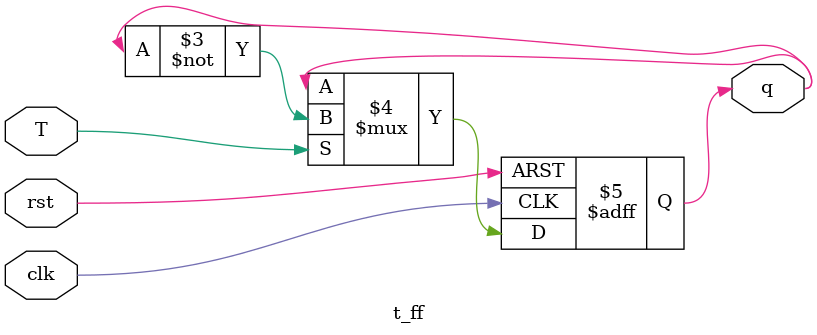
<source format=v>
module t_ff(T,clk,rst,q);
  input T,clk,rst;
  output reg q;
  always @(posedge clk or negedge rst) begin
    if (!rst)
      q<=1'b0;
    else
      q<=T?~q:q;
  end
endmodule

</source>
